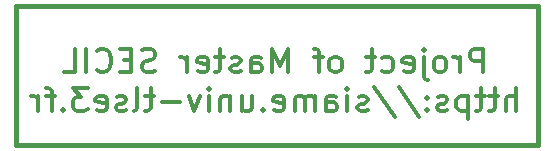
<source format=gbo>
G04 #@! TF.GenerationSoftware,KiCad,Pcbnew,(5.1.12)-1*
G04 #@! TF.CreationDate,2021-12-30T17:29:10+01:00*
G04 #@! TF.ProjectId,GameGirl,47616d65-4769-4726-9c2e-6b696361645f,rev?*
G04 #@! TF.SameCoordinates,Original*
G04 #@! TF.FileFunction,Legend,Bot*
G04 #@! TF.FilePolarity,Positive*
%FSLAX46Y46*%
G04 Gerber Fmt 4.6, Leading zero omitted, Abs format (unit mm)*
G04 Created by KiCad (PCBNEW (5.1.12)-1) date 2021-12-30 17:29:10*
%MOMM*%
%LPD*%
G01*
G04 APERTURE LIST*
%ADD10C,0.400000*%
%ADD11C,0.300000*%
%ADD12C,2.200000*%
%ADD13O,1.350000X1.350000*%
%ADD14R,1.350000X1.350000*%
%ADD15C,0.650000*%
%ADD16O,1.600000X1.000000*%
%ADD17O,2.100000X1.000000*%
G04 APERTURE END LIST*
D10*
X111800000Y-35600000D02*
X67600000Y-35600000D01*
X111800000Y-47400000D02*
X111800000Y-35600000D01*
X67600000Y-47400000D02*
X111800000Y-47400000D01*
X67600000Y-35600000D02*
X67600000Y-47400000D01*
D11*
X107219047Y-41254761D02*
X107219047Y-39254761D01*
X106457142Y-39254761D01*
X106266666Y-39350000D01*
X106171428Y-39445238D01*
X106076190Y-39635714D01*
X106076190Y-39921428D01*
X106171428Y-40111904D01*
X106266666Y-40207142D01*
X106457142Y-40302380D01*
X107219047Y-40302380D01*
X105219047Y-41254761D02*
X105219047Y-39921428D01*
X105219047Y-40302380D02*
X105123809Y-40111904D01*
X105028571Y-40016666D01*
X104838095Y-39921428D01*
X104647619Y-39921428D01*
X103695238Y-41254761D02*
X103885714Y-41159523D01*
X103980952Y-41064285D01*
X104076190Y-40873809D01*
X104076190Y-40302380D01*
X103980952Y-40111904D01*
X103885714Y-40016666D01*
X103695238Y-39921428D01*
X103409523Y-39921428D01*
X103219047Y-40016666D01*
X103123809Y-40111904D01*
X103028571Y-40302380D01*
X103028571Y-40873809D01*
X103123809Y-41064285D01*
X103219047Y-41159523D01*
X103409523Y-41254761D01*
X103695238Y-41254761D01*
X102171428Y-39921428D02*
X102171428Y-41635714D01*
X102266666Y-41826190D01*
X102457142Y-41921428D01*
X102552380Y-41921428D01*
X102171428Y-39254761D02*
X102266666Y-39350000D01*
X102171428Y-39445238D01*
X102076190Y-39350000D01*
X102171428Y-39254761D01*
X102171428Y-39445238D01*
X100457142Y-41159523D02*
X100647619Y-41254761D01*
X101028571Y-41254761D01*
X101219047Y-41159523D01*
X101314285Y-40969047D01*
X101314285Y-40207142D01*
X101219047Y-40016666D01*
X101028571Y-39921428D01*
X100647619Y-39921428D01*
X100457142Y-40016666D01*
X100361904Y-40207142D01*
X100361904Y-40397619D01*
X101314285Y-40588095D01*
X98647619Y-41159523D02*
X98838095Y-41254761D01*
X99219047Y-41254761D01*
X99409523Y-41159523D01*
X99504761Y-41064285D01*
X99600000Y-40873809D01*
X99600000Y-40302380D01*
X99504761Y-40111904D01*
X99409523Y-40016666D01*
X99219047Y-39921428D01*
X98838095Y-39921428D01*
X98647619Y-40016666D01*
X98076190Y-39921428D02*
X97314285Y-39921428D01*
X97790476Y-39254761D02*
X97790476Y-40969047D01*
X97695238Y-41159523D01*
X97504761Y-41254761D01*
X97314285Y-41254761D01*
X94838095Y-41254761D02*
X95028571Y-41159523D01*
X95123809Y-41064285D01*
X95219047Y-40873809D01*
X95219047Y-40302380D01*
X95123809Y-40111904D01*
X95028571Y-40016666D01*
X94838095Y-39921428D01*
X94552380Y-39921428D01*
X94361904Y-40016666D01*
X94266666Y-40111904D01*
X94171428Y-40302380D01*
X94171428Y-40873809D01*
X94266666Y-41064285D01*
X94361904Y-41159523D01*
X94552380Y-41254761D01*
X94838095Y-41254761D01*
X93600000Y-39921428D02*
X92838095Y-39921428D01*
X93314285Y-41254761D02*
X93314285Y-39540476D01*
X93219047Y-39350000D01*
X93028571Y-39254761D01*
X92838095Y-39254761D01*
X90647619Y-41254761D02*
X90647619Y-39254761D01*
X89980952Y-40683333D01*
X89314285Y-39254761D01*
X89314285Y-41254761D01*
X87504761Y-41254761D02*
X87504761Y-40207142D01*
X87600000Y-40016666D01*
X87790476Y-39921428D01*
X88171428Y-39921428D01*
X88361904Y-40016666D01*
X87504761Y-41159523D02*
X87695238Y-41254761D01*
X88171428Y-41254761D01*
X88361904Y-41159523D01*
X88457142Y-40969047D01*
X88457142Y-40778571D01*
X88361904Y-40588095D01*
X88171428Y-40492857D01*
X87695238Y-40492857D01*
X87504761Y-40397619D01*
X86647619Y-41159523D02*
X86457142Y-41254761D01*
X86076190Y-41254761D01*
X85885714Y-41159523D01*
X85790476Y-40969047D01*
X85790476Y-40873809D01*
X85885714Y-40683333D01*
X86076190Y-40588095D01*
X86361904Y-40588095D01*
X86552380Y-40492857D01*
X86647619Y-40302380D01*
X86647619Y-40207142D01*
X86552380Y-40016666D01*
X86361904Y-39921428D01*
X86076190Y-39921428D01*
X85885714Y-40016666D01*
X85219047Y-39921428D02*
X84457142Y-39921428D01*
X84933333Y-39254761D02*
X84933333Y-40969047D01*
X84838095Y-41159523D01*
X84647619Y-41254761D01*
X84457142Y-41254761D01*
X83028571Y-41159523D02*
X83219047Y-41254761D01*
X83600000Y-41254761D01*
X83790476Y-41159523D01*
X83885714Y-40969047D01*
X83885714Y-40207142D01*
X83790476Y-40016666D01*
X83600000Y-39921428D01*
X83219047Y-39921428D01*
X83028571Y-40016666D01*
X82933333Y-40207142D01*
X82933333Y-40397619D01*
X83885714Y-40588095D01*
X82076190Y-41254761D02*
X82076190Y-39921428D01*
X82076190Y-40302380D02*
X81980952Y-40111904D01*
X81885714Y-40016666D01*
X81695238Y-39921428D01*
X81504761Y-39921428D01*
X79409523Y-41159523D02*
X79123809Y-41254761D01*
X78647619Y-41254761D01*
X78457142Y-41159523D01*
X78361904Y-41064285D01*
X78266666Y-40873809D01*
X78266666Y-40683333D01*
X78361904Y-40492857D01*
X78457142Y-40397619D01*
X78647619Y-40302380D01*
X79028571Y-40207142D01*
X79219047Y-40111904D01*
X79314285Y-40016666D01*
X79409523Y-39826190D01*
X79409523Y-39635714D01*
X79314285Y-39445238D01*
X79219047Y-39350000D01*
X79028571Y-39254761D01*
X78552380Y-39254761D01*
X78266666Y-39350000D01*
X77409523Y-40207142D02*
X76742857Y-40207142D01*
X76457142Y-41254761D02*
X77409523Y-41254761D01*
X77409523Y-39254761D01*
X76457142Y-39254761D01*
X74457142Y-41064285D02*
X74552380Y-41159523D01*
X74838095Y-41254761D01*
X75028571Y-41254761D01*
X75314285Y-41159523D01*
X75504761Y-40969047D01*
X75600000Y-40778571D01*
X75695238Y-40397619D01*
X75695238Y-40111904D01*
X75600000Y-39730952D01*
X75504761Y-39540476D01*
X75314285Y-39350000D01*
X75028571Y-39254761D01*
X74838095Y-39254761D01*
X74552380Y-39350000D01*
X74457142Y-39445238D01*
X73600000Y-41254761D02*
X73600000Y-39254761D01*
X71695238Y-41254761D02*
X72647619Y-41254761D01*
X72647619Y-39254761D01*
X109980952Y-44554761D02*
X109980952Y-42554761D01*
X109123809Y-44554761D02*
X109123809Y-43507142D01*
X109219047Y-43316666D01*
X109409523Y-43221428D01*
X109695238Y-43221428D01*
X109885714Y-43316666D01*
X109980952Y-43411904D01*
X108457142Y-43221428D02*
X107695238Y-43221428D01*
X108171428Y-42554761D02*
X108171428Y-44269047D01*
X108076190Y-44459523D01*
X107885714Y-44554761D01*
X107695238Y-44554761D01*
X107314285Y-43221428D02*
X106552380Y-43221428D01*
X107028571Y-42554761D02*
X107028571Y-44269047D01*
X106933333Y-44459523D01*
X106742857Y-44554761D01*
X106552380Y-44554761D01*
X105885714Y-43221428D02*
X105885714Y-45221428D01*
X105885714Y-43316666D02*
X105695238Y-43221428D01*
X105314285Y-43221428D01*
X105123809Y-43316666D01*
X105028571Y-43411904D01*
X104933333Y-43602380D01*
X104933333Y-44173809D01*
X105028571Y-44364285D01*
X105123809Y-44459523D01*
X105314285Y-44554761D01*
X105695238Y-44554761D01*
X105885714Y-44459523D01*
X104171428Y-44459523D02*
X103980952Y-44554761D01*
X103600000Y-44554761D01*
X103409523Y-44459523D01*
X103314285Y-44269047D01*
X103314285Y-44173809D01*
X103409523Y-43983333D01*
X103600000Y-43888095D01*
X103885714Y-43888095D01*
X104076190Y-43792857D01*
X104171428Y-43602380D01*
X104171428Y-43507142D01*
X104076190Y-43316666D01*
X103885714Y-43221428D01*
X103600000Y-43221428D01*
X103409523Y-43316666D01*
X102457142Y-44364285D02*
X102361904Y-44459523D01*
X102457142Y-44554761D01*
X102552380Y-44459523D01*
X102457142Y-44364285D01*
X102457142Y-44554761D01*
X102457142Y-43316666D02*
X102361904Y-43411904D01*
X102457142Y-43507142D01*
X102552380Y-43411904D01*
X102457142Y-43316666D01*
X102457142Y-43507142D01*
X100076190Y-42459523D02*
X101790476Y-45030952D01*
X97980952Y-42459523D02*
X99695238Y-45030952D01*
X97409523Y-44459523D02*
X97219047Y-44554761D01*
X96838095Y-44554761D01*
X96647619Y-44459523D01*
X96552380Y-44269047D01*
X96552380Y-44173809D01*
X96647619Y-43983333D01*
X96838095Y-43888095D01*
X97123809Y-43888095D01*
X97314285Y-43792857D01*
X97409523Y-43602380D01*
X97409523Y-43507142D01*
X97314285Y-43316666D01*
X97123809Y-43221428D01*
X96838095Y-43221428D01*
X96647619Y-43316666D01*
X95695238Y-44554761D02*
X95695238Y-43221428D01*
X95695238Y-42554761D02*
X95790476Y-42650000D01*
X95695238Y-42745238D01*
X95600000Y-42650000D01*
X95695238Y-42554761D01*
X95695238Y-42745238D01*
X93885714Y-44554761D02*
X93885714Y-43507142D01*
X93980952Y-43316666D01*
X94171428Y-43221428D01*
X94552380Y-43221428D01*
X94742857Y-43316666D01*
X93885714Y-44459523D02*
X94076190Y-44554761D01*
X94552380Y-44554761D01*
X94742857Y-44459523D01*
X94838095Y-44269047D01*
X94838095Y-44078571D01*
X94742857Y-43888095D01*
X94552380Y-43792857D01*
X94076190Y-43792857D01*
X93885714Y-43697619D01*
X92933333Y-44554761D02*
X92933333Y-43221428D01*
X92933333Y-43411904D02*
X92838095Y-43316666D01*
X92647619Y-43221428D01*
X92361904Y-43221428D01*
X92171428Y-43316666D01*
X92076190Y-43507142D01*
X92076190Y-44554761D01*
X92076190Y-43507142D02*
X91980952Y-43316666D01*
X91790476Y-43221428D01*
X91504761Y-43221428D01*
X91314285Y-43316666D01*
X91219047Y-43507142D01*
X91219047Y-44554761D01*
X89504761Y-44459523D02*
X89695238Y-44554761D01*
X90076190Y-44554761D01*
X90266666Y-44459523D01*
X90361904Y-44269047D01*
X90361904Y-43507142D01*
X90266666Y-43316666D01*
X90076190Y-43221428D01*
X89695238Y-43221428D01*
X89504761Y-43316666D01*
X89409523Y-43507142D01*
X89409523Y-43697619D01*
X90361904Y-43888095D01*
X88552380Y-44364285D02*
X88457142Y-44459523D01*
X88552380Y-44554761D01*
X88647619Y-44459523D01*
X88552380Y-44364285D01*
X88552380Y-44554761D01*
X86742857Y-43221428D02*
X86742857Y-44554761D01*
X87600000Y-43221428D02*
X87600000Y-44269047D01*
X87504761Y-44459523D01*
X87314285Y-44554761D01*
X87028571Y-44554761D01*
X86838095Y-44459523D01*
X86742857Y-44364285D01*
X85790476Y-43221428D02*
X85790476Y-44554761D01*
X85790476Y-43411904D02*
X85695238Y-43316666D01*
X85504761Y-43221428D01*
X85219047Y-43221428D01*
X85028571Y-43316666D01*
X84933333Y-43507142D01*
X84933333Y-44554761D01*
X83980952Y-44554761D02*
X83980952Y-43221428D01*
X83980952Y-42554761D02*
X84076190Y-42650000D01*
X83980952Y-42745238D01*
X83885714Y-42650000D01*
X83980952Y-42554761D01*
X83980952Y-42745238D01*
X83219047Y-43221428D02*
X82742857Y-44554761D01*
X82266666Y-43221428D01*
X81504761Y-43792857D02*
X79980952Y-43792857D01*
X79314285Y-43221428D02*
X78552380Y-43221428D01*
X79028571Y-42554761D02*
X79028571Y-44269047D01*
X78933333Y-44459523D01*
X78742857Y-44554761D01*
X78552380Y-44554761D01*
X77600000Y-44554761D02*
X77790476Y-44459523D01*
X77885714Y-44269047D01*
X77885714Y-42554761D01*
X76933333Y-44459523D02*
X76742857Y-44554761D01*
X76361904Y-44554761D01*
X76171428Y-44459523D01*
X76076190Y-44269047D01*
X76076190Y-44173809D01*
X76171428Y-43983333D01*
X76361904Y-43888095D01*
X76647619Y-43888095D01*
X76838095Y-43792857D01*
X76933333Y-43602380D01*
X76933333Y-43507142D01*
X76838095Y-43316666D01*
X76647619Y-43221428D01*
X76361904Y-43221428D01*
X76171428Y-43316666D01*
X74457142Y-44459523D02*
X74647619Y-44554761D01*
X75028571Y-44554761D01*
X75219047Y-44459523D01*
X75314285Y-44269047D01*
X75314285Y-43507142D01*
X75219047Y-43316666D01*
X75028571Y-43221428D01*
X74647619Y-43221428D01*
X74457142Y-43316666D01*
X74361904Y-43507142D01*
X74361904Y-43697619D01*
X75314285Y-43888095D01*
X73695238Y-42554761D02*
X72457142Y-42554761D01*
X73123809Y-43316666D01*
X72838095Y-43316666D01*
X72647619Y-43411904D01*
X72552380Y-43507142D01*
X72457142Y-43697619D01*
X72457142Y-44173809D01*
X72552380Y-44364285D01*
X72647619Y-44459523D01*
X72838095Y-44554761D01*
X73409523Y-44554761D01*
X73600000Y-44459523D01*
X73695238Y-44364285D01*
X71600000Y-44364285D02*
X71504761Y-44459523D01*
X71600000Y-44554761D01*
X71695238Y-44459523D01*
X71600000Y-44364285D01*
X71600000Y-44554761D01*
X70933333Y-43221428D02*
X70171428Y-43221428D01*
X70647619Y-44554761D02*
X70647619Y-42840476D01*
X70552380Y-42650000D01*
X70361904Y-42554761D01*
X70171428Y-42554761D01*
X69504761Y-44554761D02*
X69504761Y-43221428D01*
X69504761Y-43602380D02*
X69409523Y-43411904D01*
X69314285Y-43316666D01*
X69123809Y-43221428D01*
X68933333Y-43221428D01*
%LPC*%
D12*
X33000000Y-33000000D03*
X33000000Y-127000000D03*
X122000000Y-127000000D03*
X121870000Y-32870000D03*
D13*
X114300000Y-48000000D03*
D14*
X114300000Y-50000000D03*
D13*
X72370000Y-120760000D03*
D14*
X70370000Y-120760000D03*
D15*
X37005000Y-42710000D03*
X37005000Y-48490000D03*
D16*
X33325000Y-49920000D03*
X33325000Y-41280000D03*
D17*
X37505000Y-49920000D03*
X37505000Y-41280000D03*
M02*

</source>
